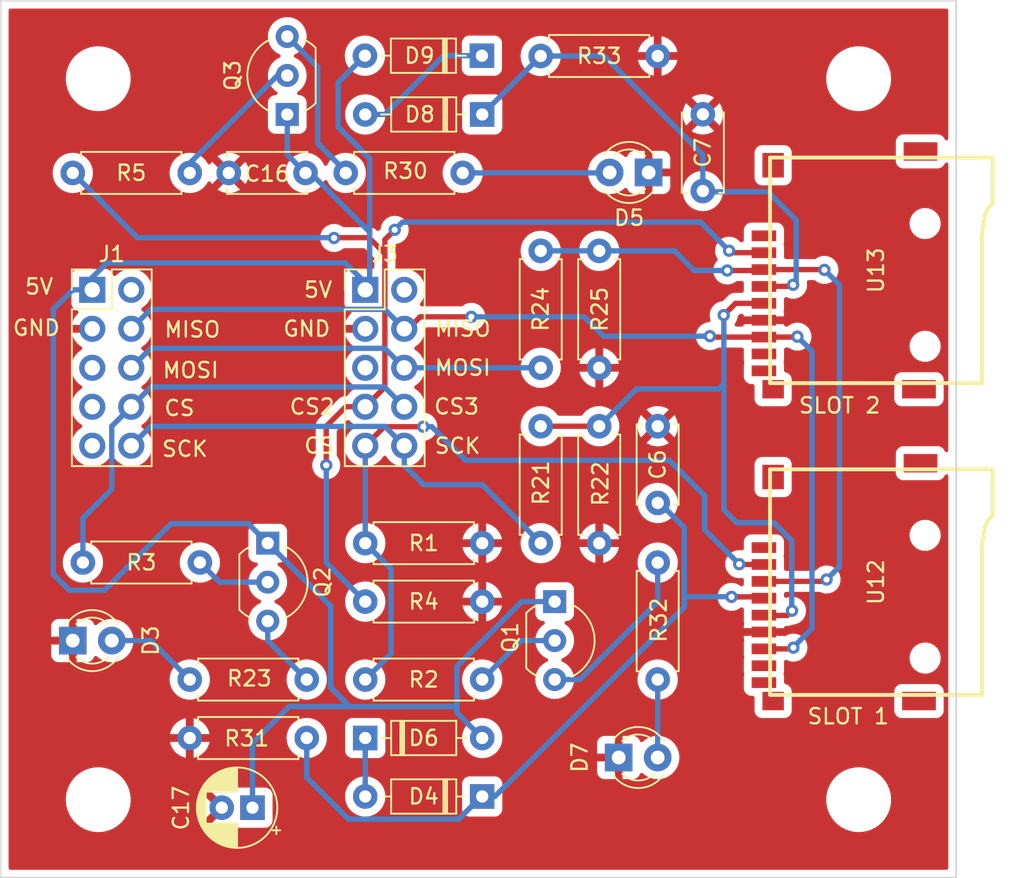
<source format=kicad_pcb>
(kicad_pcb (version 20211014) (generator pcbnew)
  (layers (0 "F.Cu" signal) (31 "B.Cu" signal) (34 "B.Paste" user) (35 "F.Paste" user) (36 "B.SilkS" user "B.Silkscreen") (37 "F.SilkS" user "F.Silkscreen") (38 "B.Mask" user) (39 "F.Mask" user) (44 "Edge.Cuts" user))
  (net 0 "")
  (net 1 "Net-(D3-Pad2)")
  (net 6 "Net-(Q2-Pad2)")
  (net 7 "Net-(Q3-Pad2)")
  (net 8 "Net-(Q3-Pad3)")
  (net 9 "Net-(Q2-Pad3)")
  (net 10 "Net-(R32-Pad2)")
  (net 11 "Net-(Q1-Pad3)")
  (net 12 "Net-(D4-Pad1)")
  (net 13 "GND")
  (net 14 "+5V")
  (net 15 "Net-(C7-Pad2)")
  (net 16 "MISO")
  (net 17 "SCK")
  (net 18 "MOSI")
  (net 21 "CS3")
  (net 22 "Net-(D4-Pad2)")
  (net 23 "Net-(Q1-Pad2)")
  (net 24 "Net-(R21-Pad2)")
  (net 25 "Net-(R24-Pad2)")
  (net 26 "CS")
  (net 27 "CS2")
  (net 30 "Net-(D5-Pad2)")
  (net 31 "Net-(D8-Pad2)")
  (footprint "Diode_THT:D_DO-35_SOD27_P7.62mm_Horizontal" (layer "F.Cu") (at 89.57 132.77)
    (fp_text reference "D6" (at 3.81 0) (layer "F.SilkS"))
    (fp_text value "1N4148")
    (pad "1" thru_hole rect (at 0 0) (size 1.6 1.6) (drill 0.8) (layers *.Cu *.Mask) (net 22 "Net-(D4-Pad2)"))
    (pad "2" thru_hole oval (at 7.62 0) (size 1.6 1.6) (drill 0.8) (layers *.Cu *.Mask) (net 14 "+5V"))
  )
  (footprint "Resistor_THT:R_Axial_DIN0207_L6.3mm_D2.5mm_P7.62mm_Horizontal" (layer "F.Cu") (at 89.57 128.96)
    (fp_text reference "R2" (at 3.81 0) (layer "F.SilkS"))
    (fp_text value "10k")
    (pad "1" thru_hole circle (at 0 0) (size 1.6 1.6) (drill 0.8) (layers *.Cu *.Mask) (net 26 "CS"))
    (pad "2" thru_hole oval (at 7.62 0) (size 1.6 1.6) (drill 0.8) (layers *.Cu *.Mask) (net 23 "Net-(Q1-Pad2)"))
  )
  (footprint "Resistor_THT:R_Axial_DIN0207_L6.3mm_D2.5mm_P7.62mm_Horizontal" (layer "F.Cu") (at 101 120.07 90)
    (fp_text reference "R21" (at 3.93 0.02 90) (layer "F.SilkS"))
    (fp_text value "470R")
    (pad "1" thru_hole circle (at 0 0 90) (size 1.6 1.6) (drill 0.8) (layers *.Cu *.Mask) (net 17 "SCK"))
    (pad "2" thru_hole oval (at 7.62 0 90) (size 1.6 1.6) (drill 0.8) (layers *.Cu *.Mask) (net 24 "Net-(R21-Pad2)"))
  )
  (footprint "Diode_THT:D_DO-35_SOD27_P7.62mm_Horizontal" (layer "F.Cu") (at 97.17 88.3 180)
    (fp_text reference "D9" (at 4.064 0) (layer "F.SilkS"))
    (fp_text value "1N4148")
    (pad "1" thru_hole rect (at 0 0 180) (size 1.6 1.6) (drill 0.8) (layers *.Cu *.Mask) (net 31 "Net-(D8-Pad2)"))
    (pad "2" thru_hole oval (at 7.62 0 180) (size 1.6 1.6) (drill 0.8) (layers *.Cu *.Mask) (net 14 "+5V"))
  )
  (footprint "Package_TO_SOT_THT:TO-92_Inline_Wide" (layer "F.Cu") (at 83.22 120.07 -90)
    (fp_text reference "Q2" (at 2.54 -3.56 90) (layer "F.SilkS"))
    (fp_text value "2N3906")
    (pad "1" thru_hole rect (at 0 0 270) (size 1.5 1.5) (drill 0.8) (layers *.Cu *.Mask) (net 14 "+5V"))
    (pad "2" thru_hole circle (at 2.54 0 270) (size 1.5 1.5) (drill 0.8) (layers *.Cu *.Mask) (net 6 "Net-(Q2-Pad2)"))
    (pad "3" thru_hole circle (at 5.08 0 270) (size 1.5 1.5) (drill 0.8) (layers *.Cu *.Mask) (net 9 "Net-(Q2-Pad3)"))
  )
  (footprint "Diode_THT:D_DO-35_SOD27_P7.62mm_Horizontal" (layer "F.Cu") (at 97.19 136.58 180)
    (fp_text reference "D4" (at 3.81 0) (layer "F.SilkS"))
    (fp_text value "1N4148")
    (pad "1" thru_hole rect (at 0 0 180) (size 1.6 1.6) (drill 0.8) (layers *.Cu *.Mask) (net 12 "Net-(D4-Pad1)"))
    (pad "2" thru_hole oval (at 7.62 0 180) (size 1.6 1.6) (drill 0.8) (layers *.Cu *.Mask) (net 22 "Net-(D4-Pad2)"))
  )
  (footprint "Resistor_THT:R_Axial_DIN0207_L6.3mm_D2.5mm_P7.62mm_Horizontal" (layer "F.Cu") (at 85.76 132.77 180)
    (fp_text reference "R31" (at 3.91 -0.03) (layer "F.SilkS"))
    (fp_text value "10k")
    (pad "1" thru_hole circle (at 0 0 180) (size 1.6 1.6) (drill 0.8) (layers *.Cu *.Mask) (net 12 "Net-(D4-Pad1)"))
    (pad "2" thru_hole oval (at 7.62 0 180) (size 1.6 1.6) (drill 0.8) (layers *.Cu *.Mask) (net 13 "GND"))
  )
  (footprint "LED_THT:LED_D3.0mm" (layer "F.Cu") (at 108.03 95.91 180)
    (fp_text reference "D5" (at 1.27 -2.96) (layer "F.SilkS"))
    (fp_text value "LED")
    (pad "1" thru_hole rect (at 0 0 180) (size 1.8 1.8) (drill 0.9) (layers *.Cu *.Mask) (net 13 "GND"))
    (pad "2" thru_hole circle (at 2.54 0 180) (size 1.8 1.8) (drill 0.9) (layers *.Cu *.Mask) (net 30 "Net-(D5-Pad2)"))
  )
  (footprint "Capacitor_THT:CP_Radial_D5.0mm_P2.00mm" (layer "F.Cu") (at 82.225112 137.31 180)
    (fp_text reference "C17" (at 4.655112 -0.02 90) (layer "F.SilkS"))
    (fp_text value "10 uF")
    (pad "1" thru_hole rect (at 0 0 180) (size 1.6 1.6) (drill 0.8) (layers *.Cu *.Mask) (net 14 "+5V"))
    (pad "2" thru_hole circle (at 2 0 180) (size 1.6 1.6) (drill 0.8) (layers *.Cu *.Mask) (net 13 "GND"))
  )
  (footprint "Package_TO_SOT_THT:TO-92_Inline_Wide" (layer "F.Cu") (at 101.91 123.88 -90)
    (fp_text reference "Q1" (at 2.34 2.89 90) (layer "F.SilkS"))
    (fp_text value "2N3906")
    (pad "1" thru_hole rect (at 0 0 270) (size 1.5 1.5) (drill 0.8) (layers *.Cu *.Mask) (net 14 "+5V"))
    (pad "2" thru_hole circle (at 2.54 0 270) (size 1.5 1.5) (drill 0.8) (layers *.Cu *.Mask) (net 23 "Net-(Q1-Pad2)"))
    (pad "3" thru_hole circle (at 5.08 0 270) (size 1.5 1.5) (drill 0.8) (layers *.Cu *.Mask) (net 11 "Net-(Q1-Pad3)"))
  )
  (footprint "Connector_PinHeader_2.54mm:PinHeader_2x05_P2.54mm_Vertical" (layer "F.Cu") (at 89.57 103.56)
    (fp_text reference "J3" (at 1.27 -2.33) (layer "F.SilkS"))
    (fp_text value "EXTSPI")
    (pad "1" thru_hole rect (at 0 0) (size 1.7 1.7) (drill 1) (layers *.Cu *.Mask) (net 14 "+5V"))
    (pad "2" thru_hole oval (at 2.54 0) (size 1.7 1.7) (drill 1) (layers *.Cu *.Mask))
    (pad "3" thru_hole oval (at 0 2.54) (size 1.7 1.7) (drill 1) (layers *.Cu *.Mask) (net 13 "GND"))
    (pad "4" thru_hole oval (at 2.54 2.54) (size 1.7 1.7) (drill 1) (layers *.Cu *.Mask) (net 16 "MISO"))
    (pad "5" thru_hole oval (at 0 5.08) (size 1.7 1.7) (drill 1) (layers *.Cu *.Mask))
    (pad "6" thru_hole oval (at 2.54 5.08) (size 1.7 1.7) (drill 1) (layers *.Cu *.Mask) (net 18 "MOSI"))
    (pad "7" thru_hole oval (at 0 7.62) (size 1.7 1.7) (drill 1) (layers *.Cu *.Mask) (net 27 "CS2"))
    (pad "8" thru_hole oval (at 2.54 7.62) (size 1.7 1.7) (drill 1) (layers *.Cu *.Mask) (net 21 "CS3"))
    (pad "9" thru_hole oval (at 0 10.16) (size 1.7 1.7) (drill 1) (layers *.Cu *.Mask) (net 26 "CS"))
    (pad "10" thru_hole oval (at 2.54 10.16) (size 1.7 1.7) (drill 1) (layers *.Cu *.Mask) (net 17 "SCK"))
  )
  (footprint "Resistor_THT:R_Axial_DIN0207_L6.3mm_D2.5mm_P7.62mm_Horizontal" (layer "F.Cu") (at 104.81 101.02 -90)
    (fp_text reference "R25" (at 3.81 -0.034 90) (layer "F.SilkS"))
    (fp_text value "1k")
    (pad "1" thru_hole circle (at 0 0 270) (size 1.6 1.6) (drill 0.8) (layers *.Cu *.Mask) (net 25 "Net-(R24-Pad2)"))
    (pad "2" thru_hole oval (at 7.62 0 270) (size 1.6 1.6) (drill 0.8) (layers *.Cu *.Mask) (net 13 "GND"))
  )
  (footprint "Resistor_THT:R_Axial_DIN0207_L6.3mm_D2.5mm_P7.62mm_Horizontal" (layer "F.Cu") (at 89.57 120.07)
    (fp_text reference "R1" (at 3.81 0) (layer "F.SilkS"))
    (fp_text value "1k")
    (pad "1" thru_hole circle (at 0 0) (size 1.6 1.6) (drill 0.8) (layers *.Cu *.Mask) (net 26 "CS"))
    (pad "2" thru_hole oval (at 7.62 0) (size 1.6 1.6) (drill 0.8) (layers *.Cu *.Mask) (net 13 "GND"))
  )
  (footprint "Package_TO_SOT_THT:TO-92_Inline_Wide" (layer "F.Cu") (at 84.49 92.13 90)
    (fp_text reference "Q3" (at 2.54 -3.56 90) (layer "F.SilkS"))
    (fp_text value "2N3906")
    (pad "1" thru_hole rect (at 0 0 90) (size 1.5 1.5) (drill 0.8) (layers *.Cu *.Mask) (net 14 "+5V"))
    (pad "2" thru_hole circle (at 2.54 0 90) (size 1.5 1.5) (drill 0.8) (layers *.Cu *.Mask) (net 7 "Net-(Q3-Pad2)"))
    (pad "3" thru_hole circle (at 5.08 0 90) (size 1.5 1.5) (drill 0.8) (layers *.Cu *.Mask) (net 8 "Net-(Q3-Pad3)"))
  )
  (footprint "ExtCard:GCT-MEM2055-00-190-01-A" (layer "F.Cu") (at 114.74 102.29 -90)
    (fp_text reference "U13" (at 0 -8.1 90) (layer "F.SilkS"))
    (fp_text value "MicroSD_SPI_CD")
    (pad "" np_thru_hole circle locked (at -3.05 -11.3 90) (size 1 1) (drill 1) (layers *.Cu *.Mask "F.SilkS"))
    (pad "" np_thru_hole circle locked (at 4.95 -11.3 90) (size 1 1) (drill 1) (layers *.Cu *.Mask "F.SilkS"))
    (pad "" smd rect locked (at -6.85 -1.4 270) (size 1.6 1.4) (layers "F.Cu" "F.Paste" "F.Mask"))
    (pad "" smd rect locked (at 7.75 -10.9 90) (size 1.2 2.2) (layers "F.Cu" "F.Paste" "F.Mask"))
    (pad "1" smd rect locked (at -2.25 -0.8 270) (size 0.7 1.6) (layers "F.Cu" "F.Paste" "F.Mask"))
    (pad "2" smd rect locked (at -1.15 -0.8 270) (size 0.7 1.6) (layers "F.Cu" "F.Paste" "F.Mask") (net 27 "CS2"))
    (pad "3" smd rect locked (at -0.05 -0.8 270) (size 0.7 1.6) (layers "F.Cu" "F.Paste" "F.Mask") (net 25 "Net-(R24-Pad2)"))
    (pad "4" smd rect locked (at 1.05 -0.8 270) (size 0.7 1.6) (layers "F.Cu" "F.Paste" "F.Mask") (net 15 "Net-(C7-Pad2)"))
    (pad "5" smd rect locked (at 2.15 -0.8 270) (size 0.7 1.6) (layers "F.Cu" "F.Paste" "F.Mask") (net 24 "Net-(R21-Pad2)"))
    (pad "6" smd rect locked (at 3.25 -0.8 270) (size 0.7 1.6) (layers "F.Cu" "F.Paste" "F.Mask") (net 13 "GND"))
    (pad "7" smd rect locked (at 4.35 -0.8 270) (size 0.7 1.6) (layers "F.Cu" "F.Paste" "F.Mask") (net 16 "MISO"))
    (pad "8" smd rect locked (at 5.45 -0.8 270) (size 0.7 1.6) (layers "F.Cu" "F.Paste" "F.Mask"))
    (pad "9" smd rect locked (at 6.55 -0.8 270) (size 0.7 1.6) (layers "F.Cu" "F.Paste" "F.Mask"))
    (pad "10" smd rect locked (at 7.75 -1.4 270) (size 1.2 1.4) (layers "F.Cu" "F.Paste" "F.Mask"))
    (pad "~" smd rect locked (at -7.75 -11 90) (size 1.2 2.2) (layers "F.Cu" "F.Paste" "F.Mask"))
  )
  (footprint "Capacitor_THT:C_Disc_D5.0mm_W2.5mm_P5.00mm" (layer "F.Cu") (at 111.56 92.12 -90)
    (fp_text reference "C7" (at 2.5 0 90) (layer "F.SilkS"))
    (fp_text value "100 nF")
    (pad "1" thru_hole circle (at 0 0 270) (size 1.6 1.6) (drill 0.8) (layers *.Cu *.Mask) (net 13 "GND"))
    (pad "2" thru_hole circle (at 5 0 270) (size 1.6 1.6) (drill 0.8) (layers *.Cu *.Mask) (net 15 "Net-(C7-Pad2)"))
  )
  (footprint "Resistor_THT:R_Axial_DIN0207_L6.3mm_D2.5mm_P7.62mm_Horizontal" (layer "F.Cu") (at 70.52 95.94)
    (fp_text reference "R5" (at 3.81 0) (layer "F.SilkS"))
    (fp_text value "10k")
    (pad "1" thru_hole circle (at 0 0) (size 1.6 1.6) (drill 0.8) (layers *.Cu *.Mask) (net 27 "CS2"))
    (pad "2" thru_hole oval (at 7.62 0) (size 1.6 1.6) (drill 0.8) (layers *.Cu *.Mask) (net 7 "Net-(Q3-Pad2)"))
  )
  (footprint "Resistor_THT:R_Axial_DIN0207_L6.3mm_D2.5mm_P7.62mm_Horizontal" (layer "F.Cu") (at 108.62 121.34 -90)
    (fp_text reference "R32" (at 3.75 -0.07 90) (layer "F.SilkS"))
    (fp_text value "1k")
    (pad "1" thru_hole circle (at 0 0 270) (size 1.6 1.6) (drill 0.8) (layers *.Cu *.Mask) (net 11 "Net-(Q1-Pad3)"))
    (pad "2" thru_hole oval (at 7.62 0 270) (size 1.6 1.6) (drill 0.8) (layers *.Cu *.Mask) (net 10 "Net-(R32-Pad2)"))
  )
  (footprint "Connector_PinHeader_2.54mm:PinHeader_2x05_P2.54mm_Vertical" (layer "F.Cu") (at 71.79 103.56)
    (fp_text reference "J1" (at 1.27 -2.33) (layer "F.SilkS"))
    (fp_text value "WIZNET")
    (pad "1" thru_hole rect (at 0 0) (size 1.7 1.7) (drill 1) (layers *.Cu *.Mask) (net 14 "+5V"))
    (pad "2" thru_hole oval (at 2.54 0) (size 1.7 1.7) (drill 1) (layers *.Cu *.Mask))
    (pad "3" thru_hole oval (at 0 2.54) (size 1.7 1.7) (drill 1) (layers *.Cu *.Mask) (net 13 "GND"))
    (pad "4" thru_hole oval (at 2.54 2.54) (size 1.7 1.7) (drill 1) (layers *.Cu *.Mask) (net 16 "MISO"))
    (pad "5" thru_hole oval (at 0 5.08) (size 1.7 1.7) (drill 1) (layers *.Cu *.Mask))
    (pad "6" thru_hole oval (at 2.54 5.08) (size 1.7 1.7) (drill 1) (layers *.Cu *.Mask) (net 18 "MOSI"))
    (pad "7" thru_hole oval (at 0 7.62) (size 1.7 1.7) (drill 1) (layers *.Cu *.Mask))
    (pad "8" thru_hole oval (at 2.54 7.62) (size 1.7 1.7) (drill 1) (layers *.Cu *.Mask) (net 21 "CS3"))
    (pad "9" thru_hole oval (at 0 10.16) (size 1.7 1.7) (drill 1) (layers *.Cu *.Mask))
    (pad "10" thru_hole oval (at 2.54 10.16) (size 1.7 1.7) (drill 1) (layers *.Cu *.Mask) (net 17 "SCK"))
  )
  (footprint "Resistor_THT:R_Axial_DIN0207_L6.3mm_D2.5mm_P7.62mm_Horizontal" (layer "F.Cu") (at 104.81 112.45 -90)
    (fp_text reference "R22" (at 3.75 -0.08 90) (layer "F.SilkS"))
    (fp_text value "1k")
    (pad "1" thru_hole circle (at 0 0 270) (size 1.6 1.6) (drill 0.8) (layers *.Cu *.Mask) (net 24 "Net-(R21-Pad2)"))
    (pad "2" thru_hole oval (at 7.62 0 270) (size 1.6 1.6) (drill 0.8) (layers *.Cu *.Mask) (net 13 "GND"))
  )
  (footprint "Resistor_THT:R_Axial_DIN0207_L6.3mm_D2.5mm_P7.62mm_Horizontal" (layer "F.Cu") (at 71.18 121.33)
    (fp_text reference "R3" (at 3.81 0) (layer "F.SilkS"))
    (fp_text value "10k")
    (pad "1" thru_hole circle (at 0 0) (size 1.6 1.6) (drill 0.8) (layers *.Cu *.Mask) (net 21 "CS3"))
    (pad "2" thru_hole oval (at 7.62 0) (size 1.6 1.6) (drill 0.8) (layers *.Cu *.Mask) (net 6 "Net-(Q2-Pad2)"))
  )
  (footprint "Resistor_THT:R_Axial_DIN0207_L6.3mm_D2.5mm_P7.62mm_Horizontal" (layer "F.Cu") (at 89.57 123.88)
    (fp_text reference "R4" (at 3.81 0) (layer "F.SilkS"))
    (fp_text value "1k")
    (pad "1" thru_hole circle (at 0 0) (size 1.6 1.6) (drill 0.8) (layers *.Cu *.Mask) (net 27 "CS2"))
    (pad "2" thru_hole oval (at 7.62 0) (size 1.6 1.6) (drill 0.8) (layers *.Cu *.Mask) (net 13 "GND"))
  )
  (footprint "Resistor_THT:R_Axial_DIN0207_L6.3mm_D2.5mm_P7.62mm_Horizontal" (layer "F.Cu") (at 85.76 128.96 180)
    (fp_text reference "R23" (at 3.74 0.07) (layer "F.SilkS"))
    (fp_text value "1k")
    (pad "1" thru_hole circle (at 0 0 180) (size 1.6 1.6) (drill 0.8) (layers *.Cu *.Mask) (net 9 "Net-(Q2-Pad3)"))
    (pad "2" thru_hole oval (at 7.62 0 180) (size 1.6 1.6) (drill 0.8) (layers *.Cu *.Mask) (net 1 "Net-(D3-Pad2)"))
  )
  (footprint "Resistor_THT:R_Axial_DIN0207_L6.3mm_D2.5mm_P7.62mm_Horizontal" (layer "F.Cu") (at 101 108.64 90)
    (fp_text reference "R24" (at 3.82 0 90) (layer "F.SilkS"))
    (fp_text value "470R")
    (pad "1" thru_hole circle (at 0 0 90) (size 1.6 1.6) (drill 0.8) (layers *.Cu *.Mask) (net 18 "MOSI"))
    (pad "2" thru_hole oval (at 7.62 0 90) (size 1.6 1.6) (drill 0.8) (layers *.Cu *.Mask) (net 25 "Net-(R24-Pad2)"))
  )
  (footprint "LED_THT:LED_D3.0mm" (layer "F.Cu") (at 106.08 134.04)
    (fp_text reference "D7" (at -2.54 0 90) (layer "F.SilkS"))
    (fp_text value "LED")
    (pad "1" thru_hole rect (at 0 0) (size 1.8 1.8) (drill 0.9) (layers *.Cu *.Mask) (net 13 "GND"))
    (pad "2" thru_hole circle (at 2.54 0) (size 1.8 1.8) (drill 0.9) (layers *.Cu *.Mask) (net 10 "Net-(R32-Pad2)"))
  )
  (footprint "ExtCard:GCT-MEM2055-00-190-01-A" (layer "F.Cu") (at 114.74 122.61 -90)
    (fp_text reference "U12" (at 0 -8.1 90) (layer "F.SilkS"))
    (fp_text value "MicroSD_SPI_CD")
    (pad "" smd rect locked (at 7.75 -10.9 90) (size 1.2 2.2) (layers "F.Cu" "F.Paste" "F.Mask"))
    (pad "" np_thru_hole circle locked (at -3.05 -11.3 90) (size 1 1) (drill 1) (layers *.Cu *.Mask "F.SilkS"))
    (pad "" np_thru_hole circle locked (at 4.95 -11.3 90) (size 1 1) (drill 1) (layers *.Cu *.Mask "F.SilkS"))
    (pad "" smd rect locked (at -6.85 -1.4 270) (size 1.6 1.4) (layers "F.Cu" "F.Paste" "F.Mask"))
    (pad "1" smd rect locked (at -2.25 -0.8 270) (size 0.7 1.6) (layers "F.Cu" "F.Paste" "F.Mask"))
    (pad "2" smd rect locked (at -1.15 -0.8 270) (size 0.7 1.6) (layers "F.Cu" "F.Paste" "F.Mask") (net 26 "CS"))
    (pad "3" smd rect locked (at -0.05 -0.8 270) (size 0.7 1.6) (layers "F.Cu" "F.Paste" "F.Mask") (net 25 "Net-(R24-Pad2)"))
    (pad "4" smd rect locked (at 1.05 -0.8 270) (size 0.7 1.6) (layers "F.Cu" "F.Paste" "F.Mask") (net 12 "Net-(D4-Pad1)"))
    (pad "5" smd rect locked (at 2.15 -0.8 270) (size 0.7 1.6) (layers "F.Cu" "F.Paste" "F.Mask") (net 24 "Net-(R21-Pad2)"))
    (pad "6" smd rect locked (at 3.25 -0.8 270) (size 0.7 1.6) (layers "F.Cu" "F.Paste" "F.Mask") (net 13 "GND"))
    (pad "7" smd rect locked (at 4.35 -0.8 270) (size 0.7 1.6) (layers "F.Cu" "F.Paste" "F.Mask") (net 16 "MISO"))
    (pad "8" smd rect locked (at 5.45 -0.8 270) (size 0.7 1.6) (layers "F.Cu" "F.Paste" "F.Mask"))
    (pad "9" smd rect locked (at 6.55 -0.8 270) (size 0.7 1.6) (layers "F.Cu" "F.Paste" "F.Mask"))
    (pad "10" smd rect locked (at 7.75 -1.4 270) (size 1.2 1.4) (layers "F.Cu" "F.Paste" "F.Mask"))
    (pad "~" smd rect locked (at -7.75 -11 90) (size 1.2 2.2) (layers "F.Cu" "F.Paste" "F.Mask"))
  )
  (footprint "Capacitor_THT:C_Disc_D5.0mm_W2.5mm_P5.00mm" (layer "F.Cu") (at 108.62 112.45 -90)
    (fp_text reference "C6" (at 2.5 0 90) (layer "F.SilkS"))
    (fp_text value "100 nF")
    (pad "1" thru_hole circle (at 0 0 270) (size 1.6 1.6) (drill 0.8) (layers *.Cu *.Mask) (net 13 "GND"))
    (pad "2" thru_hole circle (at 5 0 270) (size 1.6 1.6) (drill 0.8) (layers *.Cu *.Mask) (net 12 "Net-(D4-Pad1)"))
  )
  (footprint "LED_THT:LED_D3.0mm" (layer "F.Cu") (at 70.52 126.42)
    (fp_text reference "D3" (at 5.08 0 90) (layer "F.SilkS"))
    (fp_text value "LED")
    (pad "1" thru_hole rect (at 0 0) (size 1.8 1.8) (drill 0.9) (layers *.Cu *.Mask) (net 13 "GND"))
    (pad "2" thru_hole circle (at 2.54 0) (size 1.8 1.8) (drill 0.9) (layers *.Cu *.Mask) (net 1 "Net-(D3-Pad2)"))
  )
  (footprint "MountingHole:MountingHole_3.2mm_M3" (layer "F.Cu") (at 72.18 136.79)
    (fp_text reference "H1" hide)
    (fp_text value "MH")
    (pad "" np_thru_hole circle (at 0 0) (size 3.2 3.2) (drill 3.2) (layers *.Cu *.Mask))
  )
  (footprint "Capacitor_THT:C_Disc_D5.0mm_W2.5mm_P5.00mm" (layer "F.Cu") (at 80.68 95.94)
    (fp_text reference "C16" (at 2.5 0.058) (layer "F.SilkS"))
    (fp_text value "100 nF")
    (pad "1" thru_hole circle (at 0 0) (size 1.6 1.6) (drill 0.8) (layers *.Cu *.Mask) (net 13 "GND"))
    (pad "2" thru_hole circle (at 5 0) (size 1.6 1.6) (drill 0.8) (layers *.Cu *.Mask) (net 14 "+5V"))
  )
  (footprint "Resistor_THT:R_Axial_DIN0207_L6.3mm_D2.5mm_P7.62mm_Horizontal" (layer "F.Cu") (at 88.3 95.94)
    (fp_text reference "R30" (at 3.89 -0.13) (layer "F.SilkS"))
    (fp_text value "1k")
    (pad "1" thru_hole circle (at 0 0) (size 1.6 1.6) (drill 0.8) (layers *.Cu *.Mask) (net 8 "Net-(Q3-Pad3)"))
    (pad "2" thru_hole oval (at 7.62 0) (size 1.6 1.6) (drill 0.8) (layers *.Cu *.Mask) (net 30 "Net-(D5-Pad2)"))
  )
  (footprint "Diode_THT:D_DO-35_SOD27_P7.62mm_Horizontal" (layer "F.Cu") (at 97.19 92.13 180)
    (fp_text reference "D8" (at 4.064 0) (layer "F.SilkS"))
    (fp_text value "1N4148")
    (pad "1" thru_hole rect (at 0 0 180) (size 1.6 1.6) (drill 0.8) (layers *.Cu *.Mask) (net 15 "Net-(C7-Pad2)"))
    (pad "2" thru_hole oval (at 7.62 0 180) (size 1.6 1.6) (drill 0.8) (layers *.Cu *.Mask) (net 31 "Net-(D8-Pad2)"))
  )
  (footprint "Resistor_THT:R_Axial_DIN0207_L6.3mm_D2.5mm_P7.62mm_Horizontal" (layer "F.Cu") (at 101 88.32)
    (fp_text reference "R33" (at 3.81 0) (layer "F.SilkS"))
    (fp_text value "10k")
    (pad "1" thru_hole circle (at 0 0) (size 1.6 1.6) (drill 0.8) (layers *.Cu *.Mask) (net 15 "Net-(C7-Pad2)"))
    (pad "2" thru_hole oval (at 7.62 0) (size 1.6 1.6) (drill 0.8) (layers *.Cu *.Mask) (net 13 "GND"))
  )
  (footprint "MountingHole:MountingHole_3.2mm_M3" (layer "F.Cu") (at 121.71 89.8)
    (fp_text reference "H4" hide)
    (fp_text value "MH")
    (pad "" np_thru_hole circle (at 0 0) (size 3.2 3.2) (drill 3.2) (layers *.Cu *.Mask))
  )
  (footprint "MountingHole:MountingHole_3.2mm_M3" (layer "F.Cu") (at 121.71 136.79)
    (fp_text reference "H3" hide)
    (fp_text value "MH")
    (pad "" np_thru_hole circle (at 0 0) (size 3.2 3.2) (drill 3.2) (layers *.Cu *.Mask))
  )
  (footprint "MountingHole:MountingHole_3.2mm_M3" (layer "F.Cu") (at 72.18 89.8)
    (fp_text reference "H2" hide)
    (fp_text value "MH")
    (pad "" np_thru_hole circle (at 0 0) (size 3.2 3.2) (drill 3.2) (layers *.Cu *.Mask))
  )
  (gr_line (start 65.83 84.72) (end 128.06 84.72) (layer "Edge.Cuts") (width 0.1))
  (gr_line (start 128.06 141.87) (end 65.83 141.87) (layer "Edge.Cuts") (width 0.1))
  (gr_line (start 128.06 84.72) (end 128.06 141.87) (layer "Edge.Cuts") (width 0.1))
  (gr_line (start 65.83 141.87) (end 65.83 84.72) (layer "Edge.Cuts") (width 0.1))
  (gr_text "CS2" (at 86.11 111.18) (layer "F.SilkS") (effects (font (size 1 1))))
  (gr_text "CS3" (at 95.52 111.17) (layer "F.SilkS") (effects (font (size 1 1))))
  (gr_text "SCK" (at 95.58 113.73) (layer "F.SilkS") (effects (font (size 1 1))))
  (gr_text "CS" (at 86.58 113.72) (layer "F.SilkS") (effects (font (size 1 1))))
  (gr_text "SLOT 1" (at 121.03 131.36) (layer "F.SilkS") (effects (font (size 1 1))))
  (gr_text "MOSI" (at 78.2 108.8) (layer "F.SilkS") (effects (font (size 1 1))))
  (gr_text "MISO" (at 78.31 106.15) (layer "F.SilkS") (effects (font (size 1 1))))
  (gr_text "GND" (at 68.15 106.04) (layer "F.SilkS") (effects (font (size 1 1))))
  (gr_text "SCK" (at 77.82 113.93) (layer "F.SilkS") (effects (font (size 1 1))))
  (gr_text "SLOT 2" (at 120.47 111.1) (layer "F.SilkS") (effects (font (size 1 1))))
  (gr_text "MOSI" (at 95.92 108.64) (layer "F.SilkS") (effects (font (size 1 1))))
  (gr_text "MISO" (at 95.92 106.1) (layer "F.SilkS") (effects (font (size 1 1))))
  (gr_text "GND" (at 85.76 106.1) (layer "F.SilkS") (effects (font (size 1 1))))
  (gr_text "5V" (at 86.5 103.56) (layer "F.SilkS") (effects (font (size 1 1))))
  (gr_text "5V" (at 68.33 103.35) (layer "F.SilkS") (effects (font (size 1 1))))
  (gr_text "CS" (at 77.47 111.27) (layer "F.SilkS") (effects (font (size 1 1))))
  (segment (start 73.06 126.42) (end 75.6 126.42) (width 0.35) (layer "B.Cu") (net 1))
  (segment (start 75.6 126.42) (end 78.14 128.96) (width 0.35) (layer "B.Cu") (net 1))
  (segment (start 80.08 122.61) (end 78.8 121.33) (width 0.35) (layer "B.Cu") (net 6))
  (segment (start 83.22 122.61) (end 80.08 122.61) (width 0.35) (layer "B.Cu") (net 6))
  (segment (start 78.14 95.305) (end 78.14 95.94) (width 0.35) (layer "B.Cu") (net 7))
  (segment (start 83.855 89.59) (end 78.14 95.305) (width 0.35) (layer "B.Cu") (net 7))
  (segment (start 84.49 89.59) (end 83.855 89.59) (width 0.35) (layer "B.Cu") (net 7))
  (segment (start 86.47 94.01) (end 88.3 95.84) (width 0.35) (layer "B.Cu") (net 8))
  (segment (start 84.49 87.05) (end 86.47 89.03) (width 0.35) (layer "B.Cu") (net 8))
  (segment (start 86.47 89.03) (end 86.47 94.01) (width 0.35) (layer "B.Cu") (net 8))
  (segment (start 88.3 95.84) (end 88.3 95.94) (width 0.35) (layer "B.Cu") (net 8))
  (segment (start 83.22 125.15) (end 83.22 126.42) (width 0.35) (layer "B.Cu") (net 9))
  (segment (start 83.22 126.42) (end 85.76 128.96) (width 0.35) (layer "B.Cu") (net 9))
  (segment (start 108.62 128.96) (end 108.62 134.04) (width 0.35) (layer "B.Cu") (net 10))
  (segment (start 101.91 128.96) (end 103.54 128.96) (width 0.35) (layer "B.Cu") (net 11))
  (segment (start 103.54 128.96) (end 108.62 123.88) (width 0.35) (layer "B.Cu") (net 11))
  (segment (start 108.62 123.88) (end 108.62 121.34) (width 0.35) (layer "B.Cu") (net 11))
  (segment (start 113.43 123.57) (end 115.45 123.57) (width 0.35) (layer "F.Cu") (net 12))
  (segment (start 115.45 123.57) (end 115.54 123.66) (width 0.35) (layer "F.Cu") (net 12))
  (via (at 113.43 123.57) (size 0.8) (drill 0.4) (layers "F.Cu" "B.Cu") (net 12))
  (segment (start 113.42 123.56) (end 113.43 123.57) (width 0.35) (layer "B.Cu") (net 12))
  (segment (start 110.35 123.56) (end 110.35 119.05) (width 0.35) (layer "B.Cu") (net 12))
  (segment (start 97.19 136.58) (end 98.01 136.58) (width 0.35) (layer "B.Cu") (net 12))
  (segment (start 110.35 119.05) (end 108.75 117.45) (width 0.35) (layer "B.Cu") (net 12))
  (segment (start 110.35 123.56) (end 113.42 123.56) (width 0.35) (layer "B.Cu") (net 12))
  (segment (start 97.14 136.58) (end 95.66 138.06) (width 0.35) (layer "B.Cu") (net 12))
  (segment (start 108.75 117.45) (end 108.62 117.45) (width 0.35) (layer "B.Cu") (net 12))
  (segment (start 95.66 138.06) (end 88.48 138.06) (width 0.35) (layer "B.Cu") (net 12))
  (segment (start 85.76 135.34) (end 85.76 132.77) (width 0.35) (layer "B.Cu") (net 12))
  (segment (start 98.01 136.58) (end 110.35 124.24) (width 0.35) (layer "B.Cu") (net 12))
  (segment (start 97.19 136.58) (end 97.14 136.58) (width 0.35) (layer "B.Cu") (net 12))
  (segment (start 88.48 138.06) (end 85.76 135.34) (width 0.35) (layer "B.Cu") (net 12))
  (segment (start 110.35 124.24) (end 110.35 123.56) (width 0.35) (layer "B.Cu") (net 12))
  (segment (start 95.54 130.72) (end 95.54 128.1) (width 0.35) (layer "B.Cu") (net 14))
  (segment (start 99.76 123.88) (end 101.91 123.88) (width 0.35) (layer "B.Cu") (net 14))
  (segment (start 83.22 120.07) (end 81.95 118.8) (width 0.35) (layer "B.Cu") (net 14))
  (segment (start 84.61 130.72) (end 88.56 130.72) (width 0.35) (layer "B.Cu") (net 14))
  (segment (start 89.57 103.56) (end 89.86 103.27) (width 0.35) (layer "B.Cu") (net 14))
  (segment (start 81.95 118.8) (end 76.92 118.8) (width 0.35) (layer "B.Cu") (net 14))
  (segment (start 88.27 101.8) (end 89.57 103.1) (width 0.35) (layer "B.Cu") (net 14))
  (segment (start 82.225112 137.31) (end 82.225112 133.104888) (width 0.35) (layer "B.Cu") (net 14))
  (segment (start 97.19 132.77) (end 95.54 131.12) (width 0.35) (layer "B.Cu") (net 14))
  (segment (start 72.58 123.14) (end 70.31 123.14) (width 0.35) (layer "B.Cu") (net 14))
  (segment (start 70.31 123.14) (end 69.25 122.08) (width 0.35) (layer "B.Cu") (net 14))
  (segment (start 89.86 95) (end 87.8 92.94) (width 0.35) (layer "B.Cu") (net 14))
  (segment (start 85.68 95.94) (end 86 95.94) (width 0.35) (layer "B.Cu") (net 14))
  (segment (start 69.25 104.83) (end 70.52 103.56) (width 0.35) (layer "B.Cu") (net 14))
  (segment (start 86 95.94) (end 89.86 99.8) (width 0.35) (layer "B.Cu") (net 14))
  (segment (start 87.32 129.48) (end 87.32 124.17) (width 0.35) (layer "B.Cu") (net 14))
  (segment (start 95.54 130.72) (end 88.56 130.72) (width 0.35) (layer "B.Cu") (net 14))
  (segment (start 69.25 122.08) (end 69.25 104.83) (width 0.35) (layer "B.Cu") (net 14))
  (segment (start 95.54 128.1) (end 99.76 123.88) (width 0.35) (layer "B.Cu") (net 14))
  (segment (start 84.49 94.75) (end 85.68 95.94) (width 0.35) (layer "B.Cu") (net 14))
  (segment (start 82.225112 133.104888) (end 84.61 130.72) (width 0.35) (layer "B.Cu") (net 14))
  (segment (start 87.8 92.94) (end 87.8 90.05) (width 0.35) (layer "B.Cu") (net 14))
  (segment (start 72.74 101.8) (end 88.27 101.8) (width 0.35) (layer "B.Cu") (net 14))
  (segment (start 89.86 103.27) (end 89.86 95) (width 0.35) (layer "B.Cu") (net 14))
  (segment (start 71.79 102.75) (end 72.74 101.8) (width 0.35) (layer "B.Cu") (net 14))
  (segment (start 87.32 124.17) (end 83.22 120.07) (width 0.35) (layer "B.Cu") (net 14))
  (segment (start 87.8 90.05) (end 89.55 88.3) (width 0.35) (layer "B.Cu") (net 14))
  (segment (start 88.56 130.72) (end 87.32 129.48) (width 0.35) (layer "B.Cu") (net 14))
  (segment (start 84.49 92.13) (end 84.49 94.75) (width 0.35) (layer "B.Cu") (net 14))
  (segment (start 71.79 103.56) (end 71.79 102.75) (width 0.35) (layer "B.Cu") (net 14))
  (segment (start 89.57 103.1) (end 89.57 103.56) (width 0.35) (layer "B.Cu") (net 14))
  (segment (start 70.52 103.56) (end 71.79 103.56) (width 0.35) (layer "B.Cu") (net 14))
  (segment (start 95.54 131.12) (end 95.54 130.72) (width 0.35) (layer "B.Cu") (net 14))
  (segment (start 76.92 118.8) (end 72.58 123.14) (width 0.35) (layer "B.Cu") (net 14))
  (segment (start 117.34 103.33) (end 115.55 103.33) (width 0.35) (layer "F.Cu") (net 15))
  (segment (start 115.55 103.33) (end 115.54 103.34) (width 0.35) (layer "F.Cu") (net 15))
  (segment (start 117.44 103.23) (end 117.34 103.33) (width 0.35) (layer "F.Cu") (net 15))
  (via (at 117.44 103.23) (size 0.8) (drill 0.4) (layers "F.Cu" "B.Cu") (net 15))
  (segment (start 111.56 94.75) (end 111.56 97.12) (width 0.35) (layer "B.Cu") (net 15))
  (segment (start 115.8 97.17) (end 117.64 99.01) (width 0.35) (layer "B.Cu") (net 15))
  (segment (start 101 88.32) (end 105.13 88.32) (width 0.35) (layer "B.Cu") (net 15))
  (segment (start 97.19 92.13) (end 101 88.32) (width 0.35) (layer "B.Cu") (net 15))
  (segment (start 105.13 88.32) (end 111.56 94.75) (width 0.35) (layer "B.Cu") (net 15))
  (segment (start 111.61 97.17) (end 115.8 97.17) (width 0.35) (layer "B.Cu") (net 15))
  (segment (start 111.56 97.12) (end 111.61 97.17) (width 0.35) (layer "B.Cu") (net 15))
  (segment (start 117.64 103.03) (end 117.44 103.23) (width 0.35) (layer "B.Cu") (net 15))
  (segment (start 117.64 99.01) (end 117.64 103.03) (width 0.35) (layer "B.Cu") (net 15))
  (segment (start 93.15 105.32) (end 92.37 106.1) (width 0.35) (layer "F.Cu") (net 16))
  (segment (start 117.72 106.61) (end 117.69 106.64) (width 0.35) (layer "F.Cu") (net 16))
  (segment (start 115.54 126.96) (end 117.38 126.96) (width 0.35) (layer "F.Cu") (net 16))
  (segment (start 117.69 106.64) (end 115.54 106.64) (width 0.35) (layer "F.Cu") (net 16))
  (segment (start 96.48 105.32) (end 93.15 105.32) (width 0.35) (layer "F.Cu") (net 16))
  (segment (start 92.37 106.1) (end 92.11 106.1) (width 0.35) (layer "F.Cu") (net 16))
  (segment (start 112.08 106.64) (end 112.02 106.58) (width 0.35) (layer "F.Cu") (net 16))
  (segment (start 115.54 106.64) (end 112.08 106.64) (width 0.35) (layer "F.Cu") (net 16))
  (segment (start 117.38 126.96) (end 117.46 126.88) (width 0.35) (layer "F.Cu") (net 16))
  (via (at 117.72 106.61) (size 0.8) (drill 0.4) (layers "F.Cu" "B.Cu") (net 16))
  (via (at 117.46 126.88) (size 0.8) (drill 0.4) (layers "F.Cu" "B.Cu") (net 16))
  (via (at 112.02 106.58) (size 0.8) (drill 0.4) (layers "F.Cu" "B.Cu") (net 16))
  (via (at 96.48 105.32) (size 0.8) (drill 0.4) (layers "F.Cu" "B.Cu") (net 16))
  (segment (start 103.87 105.35) (end 103.84 105.32) (width 0.35) (layer "B.Cu") (net 16))
  (segment (start 118.67 107.56) (end 118.67 125.63) (width 0.35) (layer "B.Cu") (net 16))
  (segment (start 117.46 126.84) (end 117.46 126.88) (width 0.35) (layer "B.Cu") (net 16))
  (segment (start 74.33 106.1) (end 75.6 104.83) (width 0.35) (layer "B.Cu") (net 16))
  (segment (start 112.02 106.58) (end 105.1 106.58) (width 0.35) (layer "B.Cu") (net 16))
  (segment (start 90.84 104.83) (end 92.11 106.1) (width 0.35) (layer "B.Cu") (net 16))
  (segment (start 117.72 106.61) (end 118.67 107.56) (width 0.35) (layer "B.Cu") (net 16))
  (segment (start 118.67 125.63) (end 117.46 126.84) (width 0.35) (layer "B.Cu") (net 16))
  (segment (start 103.84 105.32) (end 96.48 105.32) (width 0.35) (layer "B.Cu") (net 16))
  (segment (start 105.1 106.58) (end 103.87 105.35) (width 0.35) (layer "B.Cu") (net 16))
  (segment (start 75.6 104.83) (end 90.84 104.83) (width 0.35) (layer "B.Cu") (net 16))
  (segment (start 97.19 116.26) (end 93.38 116.26) (width 0.35) (layer "B.Cu") (net 17))
  (segment (start 90.85 112.46) (end 92.11 113.72) (width 0.35) (layer "B.Cu") (net 17))
  (segment (start 92.11 114.99) (end 92.11 113.72) (width 0.35) (layer "B.Cu") (net 17))
  (segment (start 74.33 113.72) (end 75.59 112.46) (width 0.35) (layer "B.Cu") (net 17))
  (segment (start 93.38 116.26) (end 92.11 114.99) (width 0.35) (layer "B.Cu") (net 17))
  (segment (start 75.59 112.46) (end 90.85 112.46) (width 0.35) (layer "B.Cu") (net 17))
  (segment (start 101 120.07) (end 97.19 116.26) (width 0.35) (layer "B.Cu") (net 17))
  (segment (start 75.6 107.37) (end 90.84 107.37) (width 0.35) (layer "B.Cu") (net 18))
  (segment (start 74.33 108.64) (end 75.6 107.37) (width 0.35) (layer "B.Cu") (net 18))
  (segment (start 92.11 108.64) (end 101 108.64) (width 0.35) (layer "B.Cu") (net 18))
  (segment (start 90.84 107.37) (end 92.11 108.64) (width 0.35) (layer "B.Cu") (net 18))
  (segment (start 73.06 112.45) (end 74.33 111.18) (width 0.35) (layer "B.Cu") (net 21))
  (segment (start 74.33 111.18) (end 75.62 109.89) (width 0.35) (layer "B.Cu") (net 21))
  (segment (start 73.06 116.55) (end 73.06 112.45) (width 0.35) (layer "B.Cu") (net 21))
  (segment (start 75.62 109.89) (end 90.82 109.89) (width 0.35) (layer "B.Cu") (net 21))
  (segment (start 71.18 118.43) (end 73.06 116.55) (width 0.35) (layer "B.Cu") (net 21))
  (segment (start 71.18 121.33) (end 71.18 118.43) (width 0.35) (layer "B.Cu") (net 21))
  (segment (start 90.82 109.89) (end 92.11 111.18) (width 0.35) (layer "B.Cu") (net 21))
  (segment (start 89.57 132.77) (end 89.57 136.58) (width 0.35) (layer "B.Cu") (net 22))
  (segment (start 97.19 128.96) (end 99.73 126.42) (width 0.35) (layer "B.Cu") (net 23))
  (segment (start 99.73 126.42) (end 101.91 126.42) (width 0.35) (layer "B.Cu") (net 23))
  (segment (start 104.81 112.45) (end 101 112.45) (width 0.35) (layer "F.Cu") (net 24))
  (segment (start 113.69 104.44) (end 115.54 104.44) (width 0.35) (layer "F.Cu") (net 24))
  (segment (start 115.56 124.78) (end 115.54 124.76) (width 0.35) (layer "F.Cu") (net 24))
  (segment (start 117.37 124.47) (end 117.06 124.78) (width 0.35) (layer "F.Cu") (net 24))
  (segment (start 112.92 105.21) (end 113.69 104.44) (width 0.35) (layer "F.Cu") (net 24))
  (segment (start 117.06 124.78) (end 115.56 124.78) (width 0.35) (layer "F.Cu") (net 24))
  (via (at 117.37 124.47) (size 0.8) (drill 0.4) (layers "F.Cu" "B.Cu") (net 24))
  (via (at 112.92 105.21) (size 0.8) (drill 0.4) (layers "F.Cu" "B.Cu") (net 24))
  (segment (start 112.93 117.9) (end 113.7 118.67) (width 0.35) (layer "B.Cu") (net 24))
  (segment (start 107.24 110.02) (end 112.61 110.02) (width 0.35) (layer "B.Cu") (net 24))
  (segment (start 116.19 118.74) (end 117.35 119.9) (width 0.35) (layer "B.Cu") (net 24))
  (segment (start 112.93 105.22) (end 112.92 105.21) (width 0.35) (layer "B.Cu") (net 24))
  (segment (start 117.35 119.9) (end 117.35 124.45) (width 0.35) (layer "B.Cu") (net 24))
  (segment (start 104.81 112.45) (end 107.24 110.02) (width 0.35) (layer "B.Cu") (net 24))
  (segment (start 113.7 118.67) (end 113.77 118.74) (width 0.35) (layer "B.Cu") (net 24))
  (segment (start 113.77 118.74) (end 116.19 118.74) (width 0.35) (layer "B.Cu") (net 24))
  (segment (start 112.61 110.02) (end 112.93 109.7) (width 0.35) (layer "B.Cu") (net 24))
  (segment (start 117.35 124.45) (end 117.37 124.47) (width 0.35) (layer "B.Cu") (net 24))
  (segment (start 112.93 105.22) (end 112.93 117.9) (width 0.35) (layer "B.Cu") (net 24))
  (segment (start 119.5 122.56) (end 119.62 122.44) (width 0.35) (layer "F.Cu") (net 25))
  (segment (start 119.46 102.24) (end 115.54 102.24) (width 0.35) (layer "F.Cu") (net 25))
  (segment (start 113.15 102.3) (end 115.48 102.3) (width 0.35) (layer "F.Cu") (net 25))
  (segment (start 119.48 102.26) (end 119.46 102.24) (width 0.35) (layer "F.Cu") (net 25))
  (segment (start 115.48 102.3) (end 115.54 102.24) (width 0.35) (layer "F.Cu") (net 25))
  (segment (start 115.54 122.56) (end 119.5 122.56) (width 0.35) (layer "F.Cu") (net 25))
  (via (at 113.15 102.3) (size 0.8) (drill 0.4) (layers "F.Cu" "B.Cu") (net 25))
  (via (at 119.62 122.44) (size 0.8) (drill 0.4) (layers "F.Cu" "B.Cu") (net 25))
  (via (at 119.48 102.26) (size 0.8) (drill 0.4) (layers "F.Cu" "B.Cu") (net 25))
  (segment (start 109.72 101.02) (end 111 102.3) (width 0.35) (layer "B.Cu") (net 25))
  (segment (start 101 101.02) (end 104.81 101.02) (width 0.35) (layer "B.Cu") (net 25))
  (segment (start 120.46 119.71) (end 120.46 103.24) (width 0.35) (layer "B.Cu") (net 25))
  (segment (start 120.46 121.6) (end 120.46 119.71) (width 0.35) (layer "B.Cu") (net 25))
  (segment (start 104.81 101.02) (end 109.72 101.02) (width 0.35) (layer "B.Cu") (net 25))
  (segment (start 111 102.3) (end 113.15 102.3) (width 0.35) (layer "B.Cu") (net 25))
  (segment (start 120.46 103.24) (end 119.48 102.26) (width 0.35) (layer "B.Cu") (net 25))
  (segment (start 119.62 122.44) (end 120.46 121.6) (width 0.35) (layer "B.Cu") (net 25))
  (segment (start 115.54 121.46) (end 113.95 121.46) (width 0.35) (layer "F.Cu") (net 26))
  (segment (start 93.35 112.48) (end 90.81 112.48) (width 0.35) (layer "F.Cu") (net 26))
  (segment (start 113.95 121.46) (end 113.93 121.44) (width 0.35) (layer "F.Cu") (net 26))
  (segment (start 90.81 112.48) (end 89.57 113.72) (width 0.35) (layer "F.Cu") (net 26))
  (via (at 113.93 121.44) (size 0.8) (drill 0.4) (layers "F.Cu" "B.Cu") (net 26))
  (via (at 93.35 112.48) (size 0.8) (drill 0.4) (layers "F.Cu" "B.Cu") (net 26))
  (segment (start 111.68 116.98) (end 111.68 119.19) (width 0.35) (layer "B.Cu") (net 26))
  (segment (start 89.57 120.07) (end 89.57 113.72) (width 0.35) (layer "B.Cu") (net 26))
  (segment (start 89.57 128.96) (end 91.25 127.28) (width 0.35) (layer "B.Cu") (net 26))
  (segment (start 91.25 127.28) (end 91.25 121.75) (width 0.35) (layer "B.Cu") (net 26))
  (segment (start 93.35 112.48) (end 93.91 112.48) (width 0.35) (layer "B.Cu") (net 26))
  (segment (start 111.68 119.19) (end 113.93 121.44) (width 0.35) (layer "B.Cu") (net 26))
  (segment (start 109.37 114.67) (end 111.68 116.98) (width 0.35) (layer "B.Cu") (net 26))
  (segment (start 91.25 121.75) (end 89.57 120.07) (width 0.35) (layer "B.Cu") (net 26))
  (segment (start 93.91 112.48) (end 96.1 114.67) (width 0.35) (layer "B.Cu") (net 26))
  (segment (start 96.1 114.67) (end 109.37 114.67) (width 0.35) (layer "B.Cu") (net 26))
  (segment (start 88.3 111.18) (end 89.57 111.18) (width 0.35) (layer "F.Cu") (net 27))
  (segment (start 113.4 101.14) (end 113.27 101.01) (width 0.35) (layer "F.Cu") (net 27))
  (segment (start 90.85 109.9) (end 89.57 111.18) (width 0.35) (layer "F.Cu") (net 27))
  (segment (start 87.56 100.16) (end 89.81 100.16) (width 0.35) (layer "F.Cu") (net 27))
  (segment (start 91.49 99.65) (end 90.85 100.29) (width 0.35) (layer "F.Cu") (net 27))
  (segment (start 87.03 114.99) (end 87.03 112.45) (width 0.35) (layer "F.Cu") (net 27))
  (segment (start 87.03 112.45) (end 88.3 111.18) (width 0.35) (layer "F.Cu") (net 27))
  (segment (start 90.85 101.2) (end 90.85 109.9) (width 0.35) (layer "F.Cu") (net 27))
  (segment (start 90.85 100.29) (end 90.85 101.2) (width 0.35) (layer "F.Cu") (net 27))
  (segment (start 87.54 100.18) (end 87.56 100.16) (width 0.35) (layer "F.Cu") (net 27))
  (segment (start 115.54 101.14) (end 113.4 101.14) (width 0.35) (layer "F.Cu") (net 27))
  (segment (start 89.81 100.16) (end 90.85 101.2) (width 0.35) (layer "F.Cu") (net 27))
  (via (at 87.03 114.99) (size 0.8) (drill 0.4) (layers "F.Cu" "B.Cu") (net 27))
  (via (at 113.27 101.01) (size 0.8) (drill 0.4) (layers "F.Cu" "B.Cu") (net 27))
  (via (at 91.49 99.65) (size 0.8) (drill 0.4) (layers "F.Cu" "B.Cu") (net 27))
  (via (at 87.54 100.18) (size 0.8) (drill 0.4) (layers "F.Cu" "B.Cu") (net 27))
  (segment (start 87.03 121.34) (end 87.03 114.99) (width 0.35) (layer "B.Cu") (net 27))
  (segment (start 91.99 99.15) (end 111.41 99.15) (width 0.35) (layer "B.Cu") (net 27))
  (segment (start 91.99 99.15) (end 91.49 99.65) (width 0.35) (layer "B.Cu") (net 27))
  (segment (start 89.57 123.88) (end 87.03 121.34) (width 0.35) (layer "B.Cu") (net 27))
  (segment (start 113.27 101.01) (end 111.41 99.15) (width 0.35) (layer "B.Cu") (net 27))
  (segment (start 87.54 100.18) (end 87.52 100.16) (width 0.35) (layer "B.Cu") (net 27))
  (segment (start 74.74 100.16) (end 70.52 95.94) (width 0.35) (layer "B.Cu") (net 27))
  (segment (start 87.52 100.16) (end 74.74 100.16) (width 0.35) (layer "B.Cu") (net 27))
  (segment (start 105.49 95.91) (end 105.46 95.94) (width 0.35) (layer "B.Cu") (net 30))
  (segment (start 105.46 95.94) (end 95.92 95.94) (width 0.35) (layer "B.Cu") (net 30))
  (segment (start 90.85 92.13) (end 94.68 88.3) (width 0.35) (layer "B.Cu") (net 31))
  (segment (start 89.57 92.13) (end 90.85 92.13) (width 0.35) (layer "B.Cu") (net 31))
  (segment (start 94.68 88.3) (end 97.17 88.3) (width 0.35) (layer "B.Cu") (net 31))
  (zone (net 13) (net_name "GND") (layer "F.Cu") (connect_pads (clearance 0.508)) (min_thickness 0.254) (fill yes (thermal_gap 0.508) (thermal_bridge_width 0.508))
    (polygon (pts (xy 128.06 141.87) (xy 65.83 141.87) (xy 65.83 84.72) (xy 128.06 84.72)))
  )
)
</source>
